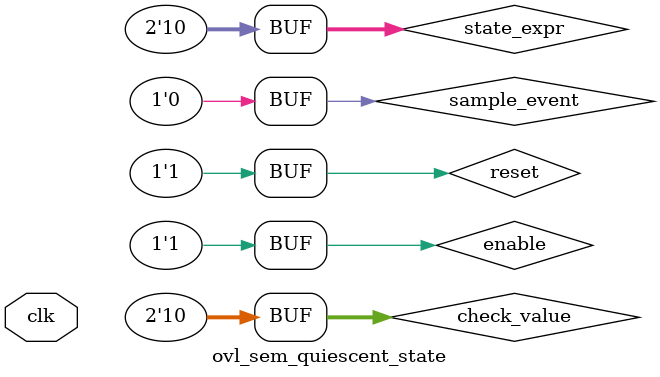
<source format=sv>
module ovl_sem_quiescent_state(input logic clk);
  logic reset = 1'b1;
  logic enable = 1'b1;
  logic [1:0] check_value = 2'b10;
  logic [1:0] state_expr = 2'b10;
`ifdef FAIL
  logic sample_event = 1'bx;
`else
  logic sample_event = 1'b0;
`endif

  ovl_quiescent_state #(.width(2)) dut (
      .clock(clk),
      .reset(reset),
      .enable(enable),
      .state_expr(state_expr),
      .check_value(check_value),
      .sample_event(sample_event),
      .fire());
endmodule

</source>
